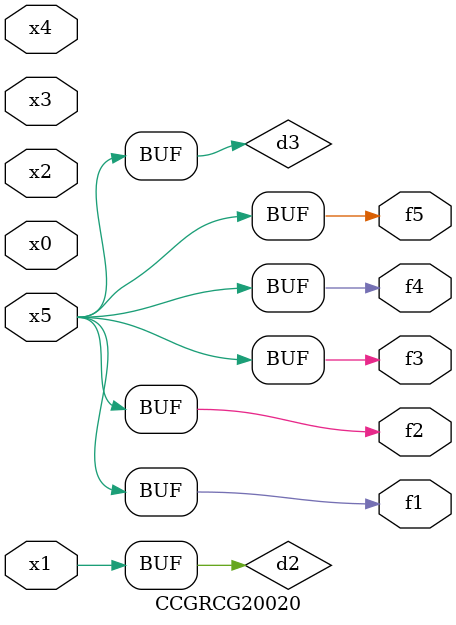
<source format=v>
module CCGRCG20020(
	input x0, x1, x2, x3, x4, x5,
	output f1, f2, f3, f4, f5
);

	wire d1, d2, d3;

	not (d1, x5);
	or (d2, x1);
	xnor (d3, d1);
	assign f1 = d3;
	assign f2 = d3;
	assign f3 = d3;
	assign f4 = d3;
	assign f5 = d3;
endmodule

</source>
